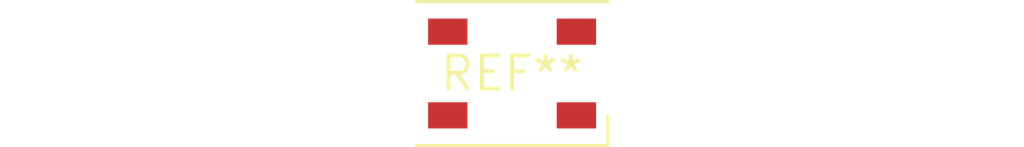
<source format=kicad_pcb>
(kicad_pcb (version 20240108) (generator pcbnew)
  (layers (0 "F.Cu" signal) (31 "B.Cu" signal) (34 "B.Paste" user) (35 "F.Paste" user) (36 "B.SilkS" user "B.Silkscreen") (37 "F.SilkS" user "F.Silkscreen") (38 "B.Mask" user) (39 "F.Mask" user) (44 "Edge.Cuts" user))
  (net 0 "")
  (footprint "LED_SK6812_PLCC4_5.0x5.0mm_P3.2mm" (layer "F.Cu") (at 0 0)
    (property "Reference" "REF**")
    (property "Value" "LED_SK6812_PLCC4_5.0x5.0mm_P3.2mm")
    (fp_line (start -3.65 -2.75) (end 3.65 -2.75) (layer "F.SilkS") (stroke (width 0.12)))
    (fp_line (start -3.65 2.75) (end 3.65 2.75) (layer "F.SilkS") (stroke (width 0.12)))
    (fp_line (start 3.65 2.75) (end 3.65 1.6) (layer "F.SilkS") (stroke (width 0.12)))
    (pad "1" smd rect (at 2.45 1.6) (size 1.5 1) (layers "F.Cu" "F.Paste" "F.Mask"))
    (pad "2" smd rect (at 2.45 -1.6) (size 1.5 1) (layers "F.Cu" "F.Paste" "F.Mask"))
    (pad "3" smd rect (at -2.45 -1.6) (size 1.5 1) (layers "F.Cu" "F.Paste" "F.Mask"))
    (pad "4" smd rect (at -2.45 1.6) (size 1.5 1) (layers "F.Cu" "F.Paste" "F.Mask"))
  )
)
</source>
